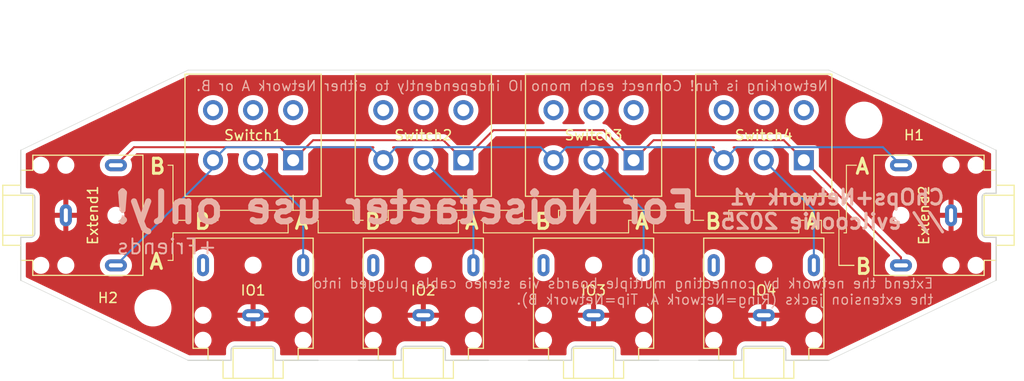
<source format=kicad_pcb>
(kicad_pcb (version 20241229) (generator "pcbnew") (generator_version "9.0")
  (title_block (comment 4 "AISLER Project ID: POHDLSGF"))
  (layers (0 "F.Cu" signal) (2 "B.Cu" signal) (13 "F.Paste" user) (15 "B.Paste" user) (5 "F.SilkS" user "F.Silkscreen") (7 "B.SilkS" user "B.Silkscreen") (1 "F.Mask" user) (3 "B.Mask" user) (25 "Edge.Cuts" user))
  (net 0 "")
  (net 1 "GND")
  (net 3 "Net-(SW1A-B)")
  (net 4 "Net-(SW2A-B)")
  (net 6 "Net-(SW3A-B)")
  (net 8 "Net-(SW4A-B)")
  (net 10 "/A")
  (net 11 "/B")
  (footprint "Button_Switch_THT:SW_PUSH_E-Switch_FS5700DP_DPDT" (layer "F.Cu") (at 144 80 180)
    (property "Reference" "SW3" (hide yes))
    (property "Value" "Switch3" (at 4 2.5 0) (layer "F.SilkS"))
    (fp_line (start 10.8 8.6) (end 10.8 -3.6) (stroke (width 0.12)) (layer "F.SilkS"))
    (fp_line (start 10.8 8.6) (end -2.8 8.6) (stroke (width 0.12)) (layer "F.SilkS"))
    (fp_line (start -2.8 -3.6) (end 10.8 -3.6) (stroke (width 0.12)) (layer "F.SilkS"))
    (fp_line (start -2.8 -3.6) (end -2.8 8.6) (stroke (width 0.12)) (layer "F.SilkS"))
    (pad "1" thru_hole rect (at 0 0 180) (size 2 2) (drill 1.2) (layers "*.Cu" "*.Mask") (net 10 "/A"))
    (pad "2" thru_hole circle (at 4 0 180) (size 2 2) (drill 1.2) (layers "*.Cu" "*.Mask") (net 6 "Net-(SW3A-B)"))
    (pad "3" thru_hole circle (at 8 0 180) (size 2 2) (drill 1.2) (layers "*.Cu" "*.Mask") (net 11 "/B"))
    (pad "4" thru_hole circle (at 0 5 180) (size 2 2) (drill 1.2) (layers "*.Cu" "*.Mask"))
    (pad "5" thru_hole circle (at 4 5 180) (size 2 2) (drill 1.2) (layers "*.Cu" "*.Mask"))
    (pad "6" thru_hole circle (at 8 5 180) (size 2 2) (drill 1.2) (layers "*.Cu" "*.Mask"))
  )
  (footprint "Connector_Audio:Jack_3.5mm_CUI_SJ1-3523N_Horizontal" (layer "F.Cu") (at 175.7 85.5 90)
    (property "Reference" "J6" (hide yes))
    (property "Value" "Extend2" (at 0 -2.7 90) (layer "F.SilkS"))
    (fp_line (start 6 -7.7) (end 6 3.3) (stroke (width 0.12)) (layer "F.SilkS"))
    (fp_line (start -6 -7.7) (end 6 -7.7) (stroke (width 0.12)) (layer "F.SilkS"))
    (fp_line (start 6 3.3) (end 4.5 3.3) (stroke (width 0.12)) (layer "F.SilkS"))
    (fp_line (start 4.5 3.3) (end 4.5 4.5) (stroke (width 0.12)) (layer "F.SilkS"))
    (fp_line (start 2 3.3) (end -2 3.3) (stroke (width 0.12)) (layer "F.SilkS"))
    (fp_line (start -2 3.3) (end -2 6.3) (stroke (width 0.12)) (layer "F.SilkS"))
    (fp_line (start -4.5 3.3) (end -6 3.3) (stroke (width 0.12)) (layer "F.SilkS"))
    (fp_line (start -6 3.3) (end -6 -7.7) (stroke (width 0.12)) (layer "F.SilkS"))
    (fp_line (start 4.5 4.5) (end 3 4.5) (stroke (width 0.12)) (layer "F.SilkS"))
    (fp_line (start 3 4.5) (end 3 6.3) (stroke (width 0.12)) (layer "F.SilkS"))
    (fp_line (start -3 4.5) (end -4.5 4.5) (stroke (width 0.12)) (layer "F.SilkS"))
    (fp_line (start -4.5 4.5) (end -4.5 3.3) (stroke (width 0.12)) (layer "F.SilkS"))
    (fp_line (start 3 6.3) (end -3 6.3) (stroke (width 0.12)) (layer "F.SilkS"))
    (fp_line (start 2 6.3) (end 2 3.3) (stroke (width 0.12)) (layer "F.SilkS"))
    (fp_line (start -3 6.3) (end -3 4.5) (stroke (width 0.12)) (layer "F.SilkS"))
    (fp_line (start 1.8 3.1) (end -1.8 3.1) (stroke (width 0.12)) (layer "Edge.Cuts"))
    (fp_line (start 2.2 3.5) (end 2.2 4.5) (stroke (width 0.12)) (layer "Edge.Cuts"))
    (fp_line (start -2.2 3.5) (end -2.2 4.5) (stroke (width 0.12)) (layer "Edge.Cuts"))
    (fp_line (start 2.2 4.5) (end 6.5 4.5) (stroke (width 0.12)) (layer "Edge.Cuts"))
    (fp_line (start -2.2 4.5) (end -6.5 4.5) (stroke (width 0.12)) (layer "Edge.Cuts"))
    (fp_arc (start 1.8 3.1) (mid 2.082843 3.217157) (end 2.2 3.5) (stroke (width 0.12)) (layer "Edge.Cuts"))
    (fp_arc (start -2.2 3.5) (mid -2.082843 3.217158) (end -1.8 3.1) (stroke (width 0.12)) (layer "Edge.Cuts"))
    (pad "" np_thru_hole circle (at -5 0 90) (size 1.2 1.2) (drill 1.2) (layers "*.Cu" "*.Mask"))
    (pad "" np_thru_hole circle (at -5 2.5 90) (size 1.2 1.2) (drill 1.2) (layers "*.Cu" "*.Mask"))
    (pad "" np_thru_hole circle (at 0 -5 90) (size 1.2 1.2) (drill 1.2) (layers "*.Cu" "*.Mask"))
    (pad "" np_thru_hole circle (at 5 0 90) (size 1.2 1.2) (drill 1.2) (layers "*.Cu" "*.Mask"))
    (pad "" np_thru_hole circle (at 5 2.5 90) (size 1.2 1.2) (drill 1.2) (layers "*.Cu" "*.Mask"))
    (pad "R" thru_hole oval (at -5 -5 90) (size 1.2 2.2) (drill oval 0.4 1.4) (layers "*.Cu" "*.Mask") (net 10 "/A"))
    (pad "S" thru_hole oval (at 0 0 90) (size 2.2 1.2) (drill oval 1.4 0.4) (layers "*.Cu" "*.Mask") (net 1 "GND"))
    (pad "T" thru_hole oval (at 5 -5 270) (size 1.2 2.2) (drill oval 0.4 1.4) (layers "*.Cu" "*.Mask") (net 11 "/B"))
  )
  (footprint "Connector_Audio:Jack_3.5mm_CUI_SJ1-3523N_Horizontal" (layer "F.Cu") (at 87.3 85.5 -90)
    (property "Reference" "J5" (hide yes))
    (property "Value" "Extend1" (at 0 -2.7 90) (layer "F.SilkS"))
    (fp_line (start -3 6.3) (end -3 4.5) (stroke (width 0.12)) (layer "F.SilkS"))
    (fp_line (start 2 6.3) (end 2 3.3) (stroke (width 0.12)) (layer "F.SilkS"))
    (fp_line (start 3 6.3) (end -3 6.3) (stroke (width 0.12)) (layer "F.SilkS"))
    (fp_line (start -4.5 4.5) (end -4.5 3.3) (stroke (width 0.12)) (layer "F.SilkS"))
    (fp_line (start -3 4.5) (end -4.5 4.5) (stroke (width 0.12)) (layer "F.SilkS"))
    (fp_line (start 3 4.5) (end 3 6.3) (stroke (width 0.12)) (layer "F.SilkS"))
    (fp_line (start 4.5 4.5) (end 3 4.5) (stroke (width 0.12)) (layer "F.SilkS"))
    (fp_line (start -6 3.3) (end -6 -7.7) (stroke (width 0.12)) (layer "F.SilkS"))
    (fp_line (start -4.5 3.3) (end -6 3.3) (stroke (width 0.12)) (layer "F.SilkS"))
    (fp_line (start -2 3.3) (end -2 6.3) (stroke (width 0.12)) (layer "F.SilkS"))
    (fp_line (start 2 3.3) (end -2 3.3) (stroke (width 0.12)) (layer "F.SilkS"))
    (fp_line (start 4.5 3.3) (end 4.5 4.5) (stroke (width 0.12)) (layer "F.SilkS"))
    (fp_line (start 6 3.3) (end 4.5 3.3) (stroke (width 0.12)) (layer "F.SilkS"))
    (fp_line (start -6 -7.7) (end 6 -7.7) (stroke (width 0.12)) (layer "F.SilkS"))
    (fp_line (start 6 -7.7) (end 6 3.3) (stroke (width 0.12)) (layer "F.SilkS"))
    (fp_line (start -2.2 4.5) (end -6.5 4.5) (stroke (width 0.12)) (layer "Edge.Cuts"))
    (fp_line (start 2.2 4.5) (end 6.5 4.5) (stroke (width 0.12)) (layer "Edge.Cuts"))
    (fp_line (start -2.2 3.5) (end -2.2 4.5) (stroke (width 0.12)) (layer "Edge.Cuts"))
    (fp_line (start 2.2 3.5) (end 2.2 4.5) (stroke (width 0.12)) (layer "Edge.Cuts"))
    (fp_line (start 1.8 3.1) (end -1.8 3.1) (stroke (width 0.12)) (layer "Edge.Cuts"))
    (fp_arc (start -2.2 3.5) (mid -2.082843 3.217158) (end -1.8 3.1) (stroke (width 0.12)) (layer "Edge.Cuts"))
    (fp_arc (start 1.8 3.1) (mid 2.082843 3.217157) (end 2.2 3.5) (stroke (width 0.12)) (layer "Edge.Cuts"))
    (pad "" np_thru_hole circle (at -5 0 270) (size 1.2 1.2) (drill 1.2) (layers "*.Cu" "*.Mask"))
    (pad "" np_thru_hole circle (at -5 2.5 270) (size 1.2 1.2) (drill 1.2) (layers "*.Cu" "*.Mask"))
    (pad "" np_thru_hole circle (at 0 -5 270) (size 1.2 1.2) (drill 1.2) (layers "*.Cu" "*.Mask"))
    (pad "" np_thru_hole circle (at 5 0 270) (size 1.2 1.2) (drill 1.2) (layers "*.Cu" "*.Mask"))
    (pad "" np_thru_hole circle (at 5 2.5 270) (size 1.2 1.2) (drill 1.2) (layers "*.Cu" "*.Mask"))
    (pad "R" thru_hole oval (at -5 -5 270) (size 1.2 2.2) (drill oval 0.4 1.4) (layers "*.Cu" "*.Mask") (net 10 "/A"))
    (pad "S" thru_hole oval (at 0 0 270) (size 2.2 1.2) (drill oval 1.4 0.4) (layers "*.Cu" "*.Mask") (net 1 "GND"))
    (pad "T" thru_hole oval (at 5 -5 90) (size 1.2 2.2) (drill oval 0.4 1.4) (layers "*.Cu" "*.Mask") (net 11 "/B"))
  )
  (footprint "Button_Switch_THT:SW_PUSH_E-Switch_FS5700DP_DPDT" (layer "F.Cu") (at 161 80 180)
    (property "Reference" "SW4" (hide yes))
    (property "Value" "Switch4" (at 4 2.5 0) (layer "F.SilkS"))
    (fp_line (start 10.8 8.6) (end 10.8 -3.6) (stroke (width 0.12)) (layer "F.SilkS"))
    (fp_line (start 10.8 8.6) (end -2.8 8.6) (stroke (width 0.12)) (layer "F.SilkS"))
    (fp_line (start -2.8 -3.6) (end 10.8 -3.6) (stroke (width 0.12)) (layer "F.SilkS"))
    (fp_line (start -2.8 -3.6) (end -2.8 8.6) (stroke (width 0.12)) (layer "F.SilkS"))
    (pad "1" thru_hole rect (at 0 0 180) (size 2 2) (drill 1.2) (layers "*.Cu" "*.Mask") (net 10 "/A"))
    (pad "2" thru_hole circle (at 4 0 180) (size 2 2) (drill 1.2) (layers "*.Cu" "*.Mask") (net 8 "Net-(SW4A-B)"))
    (pad "3" thru_hole circle (at 8 0 180) (size 2 2) (drill 1.2) (layers "*.Cu" "*.Mask") (net 11 "/B"))
    (pad "4" thru_hole circle (at 0 5 180) (size 2 2) (drill 1.2) (layers "*.Cu" "*.Mask"))
    (pad "5" thru_hole circle (at 4 5 180) (size 2 2) (drill 1.2) (layers "*.Cu" "*.Mask"))
    (pad "6" thru_hole circle (at 8 5 180) (size 2 2) (drill 1.2) (layers "*.Cu" "*.Mask"))
  )
  (footprint "Connector_Audio:Jack_3.5mm_CUI_SJ1-3523N_Horizontal" (layer "F.Cu") (at 106 95.481209)
    (property "Reference" "J1" (hide yes))
    (property "Value" "IO1" (at 0 -2.481209 0) (layer "F.SilkS"))
    (fp_line (start -6 -7.7) (end 6 -7.7) (stroke (width 0.12)) (layer "F.SilkS"))
    (fp_line (start -6 3.3) (end -6 -7.7) (stroke (width 0.12)) (layer "F.SilkS"))
    (fp_line (start -4.5 3.3) (end -6 3.3) (stroke (width 0.12)) (layer "F.SilkS"))
    (fp_line (start -4.5 4.5) (end -4.5 3.3) (stroke (width 0.12)) (layer "F.SilkS"))
    (fp_line (start -3 4.5) (end -4.5 4.5) (stroke (width 0.12)) (layer "F.SilkS"))
    (fp_line (start -3 6.3) (end -3 4.5) (stroke (width 0.12)) (layer "F.SilkS"))
    (fp_line (start -2 3.3) (end -2 6.3) (stroke (width 0.12)) (layer "F.SilkS"))
    (fp_line (start 2 3.3) (end -2 3.3) (stroke (width 0.12)) (layer "F.SilkS"))
    (fp_line (start 2 6.3) (end 2 3.3) (stroke (width 0.12)) (layer "F.SilkS"))
    (fp_line (start 3 4.5) (end 3 6.3) (stroke (width 0.12)) (layer "F.SilkS"))
    (fp_line (start 3 6.3) (end -3 6.3) (stroke (width 0.12)) (layer "F.SilkS"))
    (fp_line (start 4.5 3.3) (end 4.5 4.5) (stroke (width 0.12)) (layer "F.SilkS"))
    (fp_line (start 4.5 4.5) (end 3 4.5) (stroke (width 0.12)) (layer "F.SilkS"))
    (fp_line (start 6 -7.7) (end 6 3.3) (stroke (width 0.12)) (layer "F.SilkS"))
    (fp_line (start 6 3.3) (end 4.5 3.3) (stroke (width 0.12)) (layer "F.SilkS"))
    (fp_line (start -2.2 3.5) (end -2.2 4.5) (stroke (width 0.12)) (layer "Edge.Cuts"))
    (fp_line (start -2.2 4.5) (end -6.5 4.5) (stroke (width 0.12)) (layer "Edge.Cuts"))
    (fp_line (start 1.8 3.1) (end -1.8 3.1) (stroke (width 0.12)) (layer "Edge.Cuts"))
    (fp_line (start 2.2 3.5) (end 2.2 4.5) (stroke (width 0.12)) (layer "Edge.Cuts"))
    (fp_line (start 2.2 4.5) (end 6.5 4.5) (stroke (width 0.12)) (layer "Edge.Cuts"))
    (fp_arc (start -2.2 3.5) (mid -2.082843 3.217158) (end -1.8 3.1) (stroke (width 0.12)) (layer "Edge.Cuts"))
    (fp_arc (start 1.8 3.1) (mid 2.082843 3.217157) (end 2.2 3.5) (stroke (width 0.12)) (layer "Edge.Cuts"))
    (pad "" np_thru_hole circle (at -5 0) (size 1.2 1.2) (drill 1.2) (layers "*.Cu" "*.Mask"))
    (pad "" np_thru_hole circle (at -5 2.5) (size 1.2 1.2) (drill 1.2) (layers "*.Cu" "*.Mask"))
    (pad "" np_thru_hole circle (at 0 -5) (size 1.2 1.2) (drill 1.2) (layers "*.Cu" "*.Mask"))
    (pad "" np_thru_hole circle (at 5 0) (size 1.2 1.2) (drill 1.2) (layers "*.Cu" "*.Mask"))
    (pad "" np_thru_hole circle (at 5 2.5) (size 1.2 1.2) (drill 1.2) (layers "*.Cu" "*.Mask"))
    (pad "R" thru_hole oval (at -5 -5) (size 1.2 2.2) (drill oval 0.4 1.4) (layers "*.Cu" "*.Mask"))
    (pad "S" thru_hole oval (at 0 0) (size 2.2 1.2) (drill oval 1.4 0.4) (layers "*.Cu" "*.Mask") (net 1 "GND"))
    (pad "T" thru_hole oval (at 5 -5 180) (size 1.2 2.2) (drill oval 0.4 1.4) (layers "*.Cu" "*.Mask") (net 3 "Net-(SW1A-B)"))
  )
  (footprint "Connector_Audio:Jack_3.5mm_CUI_SJ1-3523N_Horizontal" (layer "F.Cu") (at 123 95.481209)
    (property "Reference" "J2" (hide yes))
    (property "Value" "IO2" (at 0 -2.481209 0) (layer "F.SilkS"))
    (fp_line (start -6 -7.7) (end 6 -7.7) (stroke (width 0.12)) (layer "F.SilkS"))
    (fp_line (start -6 3.3) (end -6 -7.7) (stroke (width 0.12)) (layer "F.SilkS"))
    (fp_line (start -4.5 3.3) (end -6 3.3) (stroke (width 0.12)) (layer "F.SilkS"))
    (fp_line (start -4.5 4.5) (end -4.5 3.3) (stroke (width 0.12)) (layer "F.SilkS"))
    (fp_line (start -3 4.5) (end -4.5 4.5) (stroke (width 0.12)) (layer "F.SilkS"))
    (fp_line (start -3 6.3) (end -3 4.5) (stroke (width 0.12)) (layer "F.SilkS"))
    (fp_line (start -2 3.3) (end -2 6.3) (stroke (width 0.12)) (layer "F.SilkS"))
    (fp_line (start 2 3.3) (end -2 3.3) (stroke (width 0.12)) (layer "F.SilkS"))
    (fp_line (start 2 6.3) (end 2 3.3) (stroke (width 0.12)) (layer "F.SilkS"))
    (fp_line (start 3 4.5) (end 3 6.3) (stroke (width 0.12)) (layer "F.SilkS"))
    (fp_line (start 3 6.3) (end -3 6.3) (stroke (width 0.12)) (layer "F.SilkS"))
    (fp_line (start 4.5 3.3) (end 4.5 4.5) (stroke (width 0.12)) (layer "F.SilkS"))
    (fp_line (start 4.5 4.5) (end 3 4.5) (stroke (width 0.12)) (layer "F.SilkS"))
    (fp_line (start 6 -7.7) (end 6 3.3) (stroke (width 0.12)) (layer "F.SilkS"))
    (fp_line (start 6 3.3) (end 4.5 3.3) (stroke (width 0.12)) (layer "F.SilkS"))
    (fp_line (start -2.2 3.5) (end -2.2 4.5) (stroke (width 0.12)) (layer "Edge.Cuts"))
    (fp_line (start -2.2 4.5) (end -6.5 4.5) (stroke (width 0.12)) (layer "Edge.Cuts"))
    (fp_line (start 1.8 3.1) (end -1.8 3.1) (stroke (width 0.12)) (layer "Edge.Cuts"))
    (fp_line (start 2.2 3.5) (end 2.2 4.5) (stroke (width 0.12)) (layer "Edge.Cuts"))
    (fp_line (start 2.2 4.5) (end 6.5 4.5) (stroke (width 0.12)) (layer "Edge.Cuts"))
    (fp_arc (start -2.2 3.5) (mid -2.082843 3.217158) (end -1.8 3.1) (stroke (width 0.12)) (layer "Edge.Cuts"))
    (fp_arc (start 1.8 3.1) (mid 2.082843 3.217157) (end 2.2 3.5) (stroke (width 0.12)) (layer "Edge.Cuts"))
    (pad "" np_thru_hole circle (at -5 0) (size 1.2 1.2) (drill 1.2) (layers "*.Cu" "*.Mask"))
    (pad "" np_thru_hole circle (at -5 2.5) (size 1.2 1.2) (drill 1.2) (layers "*.Cu" "*.Mask"))
    (pad "" np_thru_hole circle (at 0 -5) (size 1.2 1.2) (drill 1.2) (layers "*.Cu" "*.Mask"))
    (pad "" np_thru_hole circle (at 5 0) (size 1.2 1.2) (drill 1.2) (layers "*.Cu" "*.Mask"))
    (pad "" np_thru_hole circle (at 5 2.5) (size 1.2 1.2) (drill 1.2) (layers "*.Cu" "*.Mask"))
    (pad "R" thru_hole oval (at -5 -5) (size 1.2 2.2) (drill oval 0.4 1.4) (layers "*.Cu" "*.Mask"))
    (pad "S" thru_hole oval (at 0 0) (size 2.2 1.2) (drill oval 1.4 0.4) (layers "*.Cu" "*.Mask") (net 1 "GND"))
    (pad "T" thru_hole oval (at 5 -5 180) (size 1.2 2.2) (drill oval 0.4 1.4) (layers "*.Cu" "*.Mask") (net 4 "Net-(SW2A-B)"))
  )
  (footprint "MountingHole:MountingHole_3.2mm_M3_DIN965" (layer "F.Cu") (at 167 76)
    (property "Reference" "H1" (at 5 1.5 0) (layer "F.SilkS"))
    (property "Value" "MountingHole")
    (pad "" np_thru_hole circle (at 0 0) (size 3.2 3.2) (drill 3.2) (layers "*.Cu" "*.Mask"))
  )
  (footprint "Button_Switch_THT:SW_PUSH_E-Switch_FS5700DP_DPDT" (layer "F.Cu") (at 127 80 180)
    (property "Reference" "SW2" (hide yes))
    (property "Value" "Switch2" (at 4 2.5 0) (layer "F.SilkS"))
    (fp_line (start 10.8 8.6) (end 10.8 -3.6) (stroke (width 0.12)) (layer "F.SilkS"))
    (fp_line (start 10.8 8.6) (end -2.8 8.6) (stroke (width 0.12)) (layer "F.SilkS"))
    (fp_line (start -2.8 -3.6) (end 10.8 -3.6) (stroke (width 0.12)) (layer "F.SilkS"))
    (fp_line (start -2.8 -3.6) (end -2.8 8.6) (stroke (width 0.12)) (layer "F.SilkS"))
    (pad "1" thru_hole rect (at 0 0 180) (size 2 2) (drill 1.2) (layers "*.Cu" "*.Mask") (net 10 "/A"))
    (pad "2" thru_hole circle (at 4 0 180) (size 2 2) (drill 1.2) (layers "*.Cu" "*.Mask") (net 4 "Net-(SW2A-B)"))
    (pad "3" thru_hole circle (at 8 0 180) (size 2 2) (drill 1.2) (layers "*.Cu" "*.Mask") (net 11 "/B"))
    (pad "4" thru_hole circle (at 0 5 180) (size 2 2) (drill 1.2) (layers "*.Cu" "*.Mask"))
    (pad "5" thru_hole circle (at 4 5 180) (size 2 2) (drill 1.2) (layers "*.Cu" "*.Mask"))
    (pad "6" thru_hole circle (at 8 5 180) (size 2 2) (drill 1.2) (layers "*.Cu" "*.Mask"))
  )
  (footprint "Button_Switch_THT:SW_PUSH_E-Switch_FS5700DP_DPDT" (layer "F.Cu") (at 110 80 180)
    (property "Reference" "SW1" (hide yes))
    (property "Value" "Switch1" (at 4 2.5 0) (layer "F.SilkS"))
    (fp_line (start 10.8 8.6) (end 10.8 -3.6) (stroke (width 0.12)) (layer "F.SilkS"))
    (fp_line (start 10.8 8.6) (end -2.8 8.6) (stroke (width 0.12)) (layer "F.SilkS"))
    (fp_line (start -2.8 -3.6) (end 10.8 -3.6) (stroke (width 0.12)) (layer "F.SilkS"))
    (fp_line (start -2.8 -3.6) (end -2.8 8.6) (stroke (width 0.12)) (layer "F.SilkS"))
    (pad "1" thru_hole rect (at 0 0 180) (size 2 2) (drill 1.2) (layers "*.Cu" "*.Mask") (net 10 "/A"))
    (pad "2" thru_hole circle (at 4 0 180) (size 2 2) (drill 1.2) (layers "*.Cu" "*.Mask") (net 3 "Net-(SW1A-B)"))
    (pad "3" thru_hole circle (at 8 0 180) (size 2 2) (drill 1.2) (layers "*.Cu" "*.Mask") (net 11 "/B"))
    (pad "4" thru_hole circle (at 0 5 180) (size 2 2) (drill 1.2) (layers "*.Cu" "*.Mask"))
    (pad "5" thru_hole circle (at 4 5 180) (size 2 2) (drill 1.2) (layers "*.Cu" "*.Mask"))
    (pad "6" thru_hole circle (at 8 5 180) (size 2 2) (drill 1.2) (layers "*.Cu" "*.Mask"))
  )
  (footprint "Connector_Audio:Jack_3.5mm_CUI_SJ1-3523N_Horizontal" (layer "F.Cu") (at 140 95.481209)
    (property "Reference" "J3" (hide yes))
    (property "Value" "IO3" (at 0 -2.481209 0) (layer "F.SilkS"))
    (fp_line (start -6 -7.7) (end 6 -7.7) (stroke (width 0.12)) (layer "F.SilkS"))
    (fp_line (start -6 3.3) (end -6 -7.7) (stroke (width 0.12)) (layer "F.SilkS"))
    (fp_line (start -4.5 3.3) (end -6 3.3) (stroke (width 0.12)) (layer "F.SilkS"))
    (fp_line (start -4.5 4.5) (end -4.5 3.3) (stroke (width 0.12)) (layer "F.SilkS"))
    (fp_line (start -3 4.5) (end -4.5 4.5) (stroke (width 0.12)) (layer "F.SilkS"))
    (fp_line (start -3 6.3) (end -3 4.5) (stroke (width 0.12)) (layer "F.SilkS"))
    (fp_line (start -2 3.3) (end -2 6.3) (stroke (width 0.12)) (layer "F.SilkS"))
    (fp_line (start 2 3.3) (end -2 3.3) (stroke (width 0.12)) (layer "F.SilkS"))
    (fp_line (start 2 6.3) (end 2 3.3) (stroke (width 0.12)) (layer "F.SilkS"))
    (fp_line (start 3 4.5) (end 3 6.3) (stroke (width 0.12)) (layer "F.SilkS"))
    (fp_line (start 3 6.3) (end -3 6.3) (stroke (width 0.12)) (layer "F.SilkS"))
    (fp_line (start 4.5 3.3) (end 4.5 4.5) (stroke (width 0.12)) (layer "F.SilkS"))
    (fp_line (start 4.5 4.5) (end 3 4.5) (stroke (width 0.12)) (layer "F.SilkS"))
    (fp_line (start 6 -7.7) (end 6 3.3) (stroke (width 0.12)) (layer "F.SilkS"))
    (fp_line (start 6 3.3) (end 4.5 3.3) (stroke (width 0.12)) (layer "F.SilkS"))
    (fp_line (start -2.2 3.5) (end -2.2 4.5) (stroke (width 0.12)) (layer "Edge.Cuts"))
    (fp_line (start -2.2 4.5) (end -6.5 4.5) (stroke (width 0.12)) (layer "Edge.Cuts"))
    (fp_line (start 1.8 3.1) (end -1.8 3.1) (stroke (width 0.12)) (layer "Edge.Cuts"))
    (fp_line (start 2.2 3.5) (end 2.2 4.5) (stroke (width 0.12)) (layer "Edge.Cuts"))
    (fp_line (start 2.2 4.5) (end 6.5 4.5) (stroke (width 0.12)) (layer "Edge.Cuts"))
    (fp_arc (start -2.2 3.5) (mid -2.082843 3.217158) (end -1.8 3.1) (stroke (width 0.12)) (layer "Edge.Cuts"))
    (fp_arc (start 1.8 3.1) (mid 2.082843 3.217157) (end 2.2 3.5) (stroke (width 0.12)) (layer "Edge.Cuts"))
    (pad "" np_thru_hole circle (at -5 0) (size 1.2 1.2) (drill 1.2) (layers "*.Cu" "*.Mask"))
    (pad "" np_thru_hole circle (at -5 2.5) (size 1.2 1.2) (drill 1.2) (layers "*.Cu" "*.Mask"))
    (pad "" np_thru_hole circle (at 0 -5) (size 1.2 1.2) (drill 1.2) (layers "*.Cu" "*.Mask"))
    (pad "" np_thru_hole circle (at 5 0) (size 1.2 1.2) (drill 1.2) (layers "*.Cu" "*.Mask"))
    (pad "" np_thru_hole circle (at 5 2.5) (size 1.2 1.2) (drill 1.2) (layers "*.Cu" "*.Mask"))
    (pad "R" thru_hole oval (at -5 -5) (size 1.2 2.2) (drill oval 0.4 1.4) (layers "*.Cu" "*.Mask"))
    (pad "S" thru_hole oval (at 0 0) (size 2.2 1.2) (drill oval 1.4 0.4) (layers "*.Cu" "*.Mask") (net 1 "GND"))
    (pad "T" thru_hole oval (at 5 -5 180) (size 1.2 2.2) (drill oval 0.4 1.4) (layers "*.Cu" "*.Mask") (net 6 "Net-(SW3A-B)"))
  )
  (footprint "Connector_Audio:Jack_3.5mm_CUI_SJ1-3523N_Horizontal" (layer "F.Cu") (at 157 95.481209)
    (property "Reference" "J4" (hide yes))
    (property "Value" "IO4" (at 0 -2.481209 0) (layer "F.SilkS"))
    (fp_line (start -6 -7.7) (end 6 -7.7) (stroke (width 0.12)) (layer "F.SilkS"))
    (fp_line (start -6 3.3) (end -6 -7.7) (stroke (width 0.12)) (layer "F.SilkS"))
    (fp_line (start -4.5 3.3) (end -6 3.3) (stroke (width 0.12)) (layer "F.SilkS"))
    (fp_line (start -4.5 4.5) (end -4.5 3.3) (stroke (width 0.12)) (layer "F.SilkS"))
    (fp_line (start -3 4.5) (end -4.5 4.5) (stroke (width 0.12)) (layer "F.SilkS"))
    (fp_line (start -3 6.3) (end -3 4.5) (stroke (width 0.12)) (layer "F.SilkS"))
    (fp_line (start -2 3.3) (end -2 6.3) (stroke (width 0.12)) (layer "F.SilkS"))
    (fp_line (start 2 3.3) (end -2 3.3) (stroke (width 0.12)) (layer "F.SilkS"))
    (fp_line (start 2 6.3) (end 2 3.3) (stroke (width 0.12)) (layer "F.SilkS"))
    (fp_line (start 3 4.5) (end 3 6.3) (stroke (width 0.12)) (layer "F.SilkS"))
    (fp_line (start 3 6.3) (end -3 6.3) (stroke (width 0.12)) (layer "F.SilkS"))
    (fp_line (start 4.5 3.3) (end 4.5 4.5) (stroke (width 0.12)) (layer "F.SilkS"))
    (fp_line (start 4.5 4.5) (end 3 4.5) (stroke (width 0.12)) (layer "F.SilkS"))
    (fp_line (start 6 -7.7) (end 6 3.3) (stroke (width 0.12)) (layer "F.SilkS"))
    (fp_line (start 6 3.3) (end 4.5 3.3) (stroke (width 0.12)) (layer "F.SilkS"))
    (fp_line (start -2.2 3.5) (end -2.2 4.5) (stroke (width 0.12)) (layer "Edge.Cuts"))
    (fp_line (start -2.2 4.5) (end -6.5 4.5) (stroke (width 0.12)) (layer "Edge.Cuts"))
    (fp_line (start 1.8 3.1) (end -1.8 3.1) (stroke (width 0.12)) (layer "Edge.Cuts"))
    (fp_line (start 2.2 3.5) (end 2.2 4.5) (stroke (width 0.12)) (layer "Edge.Cuts"))
    (fp_line (start 2.2 4.5) (end 6.5 4.5) (stroke (width 0.12)) (layer "Edge.Cuts"))
    (fp_arc (start -2.2 3.5) (mid -2.082843 3.217158) (end -1.8 3.1) (stroke (width 0.12)) (layer "Edge.Cuts"))
    (fp_arc (start 1.8 3.1) (mid 2.082843 3.217157) (end 2.2 3.5) (stroke (width 0.12)) (layer "Edge.Cuts"))
    (pad "" np_thru_hole circle (at -5 0) (size 1.2 1.2) (drill 1.2) (layers "*.Cu" "*.Mask"))
    (pad "" np_thru_hole circle (at -5 2.5) (size 1.2 1.2) (drill 1.2) (layers "*.Cu" "*.Mask"))
    (pad "" np_thru_hole circle (at 0 -5) (size 1.2 1.2) (drill 1.2) (layers "*.Cu" "*.Mask"))
    (pad "" np_thru_hole circle (at 5 0) (size 1.2 1.2) (drill 1.2) (layers "*.Cu" "*.Mask"))
    (pad "" np_thru_hole circle (at 5 2.5) (size 1.2 1.2) (drill 1.2) (layers "*.Cu" "*.Mask"))
    (pad "R" thru_hole oval (at -5 -5) (size 1.2 2.2) (drill oval 0.4 1.4) (layers "*.Cu" "*.Mask"))
    (pad "S" thru_hole oval (at 0 0) (size 2.2 1.2) (drill oval 1.4 0.4) (layers "*.Cu" "*.Mask") (net 1 "GND"))
    (pad "T" thru_hole oval (at 5 -5 180) (size 1.2 2.2) (drill oval 0.4 1.4) (layers "*.Cu" "*.Mask") (net 8 "Net-(SW4A-B)"))
  )
  (footprint "MountingHole:MountingHole_3.2mm_M3_DIN965" (layer "F.Cu") (at 96 94.75)
    (property "Reference" "H2" (at -4.5 -1 0) (layer "F.SilkS"))
    (property "Value" "MountingHole")
    (pad "" np_thru_hole circle (at 0 0) (size 3.2 3.2) (drill 3.2) (layers "*.Cu" "*.Mask"))
  )
  (gr_line (start 110 85) (end 116 85) (stroke (width 0.1)) (layer "F.SilkS"))
  (gr_line (start 161 85) (end 164.5 85) (stroke (width 0.1)) (layer "F.SilkS"))
  (gr_line (start 136.5 85) (end 144 85) (stroke (width 0.1)) (layer "F.SilkS"))
  (gr_line (start 119.5 86) (end 119.5 85) (stroke (width 0.1)) (layer "F.SilkS"))
  (gr_line (start 133 86) (end 134 86) (stroke (width 0.1)) (layer "F.SilkS"))
  (gr_line (start 145.75 86) (end 146 86) (stroke (width 0.1)) (layer "F.SilkS"))
  (gr_line (start 110 85) (end 110 83.5) (stroke (width 0.1)) (layer "F.SilkS"))
  (gr_line (start 126.5 86) (end 127 86) (stroke (width 0.1)) (layer "F.SilkS"))
  (gr_line (start 98 87.25) (end 109.5 87.25) (stroke (width 0.1)) (layer "F.SilkS"))
  (gr_line (start 111.75 86) (end 112.5 86) (stroke (width 0.1)) (layer "F.SilkS"))
  (gr_line (start 164.5 85) (end 164.5 90.5) (stroke (width 0.1)) (layer "F.SilkS"))
  (gr_line (start 126.5 87.25) (end 126.5 86) (stroke (width 0.1)) (layer "F.SilkS"))
  (gr_line (start 97.5 90) (end 98 90) (stroke (width 0.1)) (layer "F.SilkS"))
  (gr_line (start 160.5 86) (end 161 86) (stroke (width 0.1)) (layer "F.SilkS"))
  (gr_line (start 166 90.5) (end 164.5 90.5) (stroke (width 0.1)) (layer "F.SilkS"))
  (gr_line (start 162.75 86) (end 162.75 87.25) (stroke (width 0.1)) (layer "F.SilkS"))
  (gr_line (start 150 85) (end 150 86) (stroke (width 0.1)) (layer "F.SilkS"))
  (gr_line (start 102.5 86) (end 102 86) (stroke (width 0.1)) (layer "F.SilkS"))
  (gr_line (start 136.5 86) (end 136.5 85) (stroke (width 0.1)) (layer "F.SilkS"))
  (gr_line (start 116 85) (end 116 86) (stroke (width 0.1)) (layer "F.SilkS"))
  (gr_line (start 112.5 86) (end 112.5 87.25) (stroke (width 0.1)) (layer "F.SilkS"))
  (gr_line (start 144 83.5) (end 144 85) (stroke (width 0.1)) (layer "F.SilkS"))
  (gr_line (start 119.5 85) (end 127 85) (stroke (width 0.1)) (layer "F.SilkS"))
  (gr_line (start 119 86) (end 119.5 86) (stroke (width 0.1)) (layer "F.SilkS"))
  (gr_line (start 164.5 90.5) (end 166 90.5) (stroke (width 0.1)) (layer "F.SilkS"))
  (gr_line (start 112.5 87.25) (end 126.5 87.25) (stroke (width 0.1)) (layer "F.SilkS"))
  (gr_line (start 165 87.25) (end 165.25 87.25) (stroke (width 0.1)) (layer "F.SilkS"))
  (gr_line (start 98 90) (end 98 87.25) (stroke (width 0.1)) (layer "F.SilkS"))
  (gr_line (start 161 83.5) (end 161 85) (stroke (width 0.1)) (layer "F.SilkS"))
  (gr_line (start 128.75 86) (end 129 86) (stroke (width 0.1)) (layer "F.SilkS"))
  (gr_line (start 98 80.5) (end 97.5 80.5) (stroke (width 0.1)) (layer "F.SilkS"))
  (gr_line (start 153.5 85) (end 153.5 86) (stroke (width 0.1)) (layer "F.SilkS"))
  (gr_line (start 102.5 86) (end 102.5 85) (stroke (width 0.1)) (layer "F.SilkS"))
  (gr_line (start 160.5 87.25) (end 160.5 86) (stroke (width 0.1)) (layer "F.SilkS"))
  (gr_line (start 143.5 86) (end 144.25 86) (stroke (width 0.1)) (layer "F.SilkS"))
  (gr_line (start 127 85) (end 133 85) (stroke (width 0.1)) (layer "F.SilkS"))
  (gr_line (start 109.5 86) (end 110 86) (stroke (width 0.1)) (layer "F.SilkS"))
  (gr_line (start 127 85) (end 127 83.5) (stroke (width 0.1)) (layer "F.SilkS"))
  (gr_line (start 99.5 86) (end 98 86) (stroke (width 0.1)) (layer "F.SilkS"))
  (gr_line (start 109.5 87.25) (end 109.5 86) (stroke (width 0.1)) (layer "F.SilkS"))
  (gr_line (start 129 86) (end 129 87.25) (stroke (width 0.1)) (layer "F.SilkS"))
  (gr_line (start 98 80.5) (end 98 86) (stroke (width 0.1)) (layer "F.SilkS"))
  (gr_line (start 146 87.25) (end 160.5 87.25) (stroke (width 0.1)) (layer "F.SilkS"))
  (gr_line (start 102.5 85) (end 110 85) (stroke (width 0.1)) (layer "F.SilkS"))
  (gr_line (start 162.5 86) (end 162.75 86) (stroke (width 0.1)) (layer "F.SilkS"))
  (gr_line (start 136 86) (end 136.5 86) (stroke (width 0.1)) (layer "F.SilkS"))
  (gr_line (start 143.5 87.25) (end 143.5 86) (stroke (width 0.1)) (layer "F.SilkS"))
  (gr_line (start 129 87.25) (end 143.5 87.25) (stroke (width 0.1)) (layer "F.SilkS"))
  (gr_line (start 116 86) (end 117 86) (stroke (width 0.1)) (layer "F.SilkS"))
  (gr_line (start 162.75 87.25) (end 164 87.25) (stroke (width 0.1)) (layer "F.SilkS"))
  (gr_line (start 144 85) (end 150 85) (stroke (width 0.1)) (layer "F.SilkS"))
  (gr_line (start 153 86) (end 153.5 86) (stroke (width 0.1)) (layer "F.SilkS"))
  (gr_line (start 153.5 85) (end 161 85) (stroke (width 0.1)) (layer "F.SilkS"))
  (gr_line (start 146 86) (end 146 87.25) (stroke (width 0.1)) (layer "F.SilkS"))
  (gr_line (start 133 85) (end 133 86) (stroke (width 0.1)) (layer "F.SilkS"))
  (gr_line (start 165.25 80.5) (end 166.25 80.5) (stroke (width 0.1)) (layer "F.SilkS"))
  (gr_line (start 150 86) (end 151 86) (stroke (width 0.1)) (layer "F.SilkS"))
  (gr_line (start 165.25 87.25) (end 165.25 80.5) (stroke (width 0.1)) (layer "F.SilkS"))
  (gr_line (start 99.5 71) (end 82.8 79) (stroke (width 0.05)) (layer "Edge.Cuts"))
  (gr_line (start 180.2 79) (end 163.5 71) (stroke (width 0.05)) (layer "Edge.Cuts"))
  (gr_line (start 163.5 71) (end 99.5 71) (stroke (width 0.05)) (layer "Edge.Cuts"))
  (gr_line (start 82.8 92) (end 99.5 99.981209) (stroke (width 0.05)) (layer "Edge.Cuts"))
  (gr_line (start 150.5 99.981209) (end 146.5 99.981209) (stroke (width 0.05)) (layer "Edge.Cuts"))
  (gr_line (start 112.5 99.981209) (end 116.5 99.981209) (stroke (width 0.05)) (layer "Edge.Cuts"))
  (gr_line (start 180.2 92) (end 163.5 99.981209) (stroke (width 0.05)) (layer "Edge.Cuts"))
  (gr_line (start 129.5 99.981209) (end 133.5 99.981209) (stroke (width 0.05)) (layer "Edge.Cuts"))
  (gr_text "A" (at 166 81.5 0) (layer "F.SilkS") (effects (font (size 1.5 1.5) (thickness 0.3) (bold yes)) (justify left bottom)))
  (gr_text "B" (at 134 87 0) (layer "F.SilkS") (effects (font (size 1.5 1.5) (thickness 0.3) (bold yes)) (justify left bottom)))
  (gr_text "B" (at 151 87 0) (layer "F.SilkS") (effects (font (size 1.5 1.5) (thickness 0.3) (bold yes)) (justify left bottom)))
  (gr_text "A" (at 144 87 0) (layer "F.SilkS") (effects (font (size 1.5 1.5) (thickness 0.3) (bold yes)) (justify left bottom)))
  (gr_text "A" (at 110 87 0) (layer "F.SilkS") (effects (font (size 1.5 1.5) (thickness 0.3) (bold yes)) (justify left bottom)))
  (gr_text "A" (at 127 87 0) (layer "F.SilkS") (effects (font (size 1.5 1.5) (thickness 0.3) (bold yes)) (justify left bottom)))
  (gr_text "B" (at 117 87 0) (layer "F.SilkS") (effects (font (size 1.5 1.5) (thickness 0.3) (bold yes)) (justify left bottom)))
  (gr_text "B" (at 100 87 0) (layer "F.SilkS") (effects (font (size 1.5 1.5) (thickness 0.3) (bold yes)) (justify left bottom)))
  (gr_text "A" (at 95.5 91 0) (layer "F.SilkS") (effects (font (size 1.5 1.5) (thickness 0.3) (bold yes)) (justify left bottom)))
  (gr_text "A" (at 161 87 0) (layer "F.SilkS") (effects (font (size 1.5 1.5) (thickness 0.3) (bold yes)) (justify left bottom)))
  (gr_text "B" (at 95.5 81.5 0) (layer "F.SilkS") (effects (font (size 1.5 1.5) (thickness 0.3) (bold yes)) (justify left bottom)))
  (gr_text "B" (at 166 91.5 0) (layer "F.SilkS") (effects (font (size 1.5 1.5) (thickness 0.3) (bold yes)) (justify left bottom)))
  (gr_text "For Noisetaeter use only!" (at 150.5 86.5 0) (layer "B.SilkS") (effects (font (size 3 3) (thickness 0.6) (bold yes)) (justify left bottom mirror)))
  (gr_text "+Friends" (at 102.5 89.5 0) (layer "B.SilkS") (effects (font (size 1.5 1.5) (thickness 0.1875)) (justify left bottom mirror)))
  (gr_text "Extend the network by connecting multiple boards via stereo cable plugged into\nthe extension jacks (Ring=Network A, Tip=Network B)." (at 174 94.5 0) (layer "B.SilkS") (effects (font (size 1 1) (thickness 0.125)) (justify left bottom mirror)))
  (gr_text "ChOps+Network v1\n// evilcookie 2025" (at 175.192856 87 0) (layer "B.SilkS") (effects (font (size 1.5 1.5) (thickness 0.3) (bold yes)) (justify left bottom mirror)))
  (gr_text "Networking is fun! Connect each mono IO independently to either Network A or B. \n" (at 163.5 72 0) (layer "B.SilkS") (effects (font (size 1 1) (thickness 0.125)) (justify left top mirror)))
  (segment (start 111 90.481209) (end 111 85) (width 0.2) (layer "B.Cu") (net 3))
  (segment (start 111 85) (end 106 80) (width 0.2) (layer "B.Cu") (net 3))
  (segment (start 128 85) (end 123 80) (width 0.2) (layer "B.Cu") (net 4))
  (segment (start 128 90.481209) (end 128 85) (width 0.2) (layer "B.Cu") (net 4))
  (segment (start 145 85) (end 140 80) (width 0.2) (layer "B.Cu") (net 6))
  (segment (start 145 90.481209) (end 145 85) (width 0.2) (layer "B.Cu") (net 6))
  (segment (start 162 85) (end 157 80) (width 0.2) (layer "B.Cu") (net 8))
  (segment (start 162 90.481209) (end 162 85) (width 0.2) (layer "B.Cu") (net 8))
  (segment (start 170.7 89.7) (end 170.7 90.5) (width 0.2) (layer "F.Cu") (net 10))
  (segment (start 144 80) (end 146 78) (width 0.2) (layer "F.Cu") (net 10))
  (segment (start 127 80) (end 125 78) (width 0.2) (layer "F.Cu") (net 10))
  (segment (start 94.101 78.699) (end 92.3 80.5) (width 0.2) (layer "F.Cu") (net 10))
  (segment (start 159 78) (end 161 80) (width 0.2) (layer "F.Cu") (net 10))
  (segment (start 112 78) (end 110 80) (width 0.2) (layer "F.Cu") (net 10))
  (segment (start 130 77) (end 141 77) (width 0.2) (layer "F.Cu") (net 10))
  (segment (start 141 77) (end 144 80) (width 0.2) (layer "F.Cu") (net 10))
  (segment (start 108.699 78.699) (end 94.101 78.699) (width 0.2) (layer "F.Cu") (net 10))
  (segment (start 127 80) (end 130 77) (width 0.2) (layer "F.Cu") (net 10))
  (segment (start 125 78) (end 112 78) (width 0.2) (layer "F.Cu") (net 10))
  (segment (start 146 78) (end 159 78) (width 0.2) (layer "F.Cu") (net 10))
  (segment (start 110 80) (end 108.699 78.699) (width 0.2) (layer "F.Cu") (net 10))
  (segment (start 161 80) (end 170.7 89.7) (width 0.2) (layer "F.Cu") (net 10))
  (segment (start 137.301 78.699) (end 136 80) (width 0.2) (layer "B.Cu") (net 11))
  (segment (start 117.699 78.699) (end 103.301 78.699) (width 0.2) (layer "B.Cu") (net 11))
  (segment (start 102 80.8) (end 92.3 90.5) (width 0.2) (layer "B.Cu") (net 11))
  (segment (start 102 80) (end 102 80.8) (width 0.2) (layer "B.Cu") (net 11))
  (segment (start 154.301 78.699) (end 153 80) (width 0.2) (layer "B.Cu") (net 11))
  (segment (start 134.699 78.699) (end 120.301 78.699) (width 0.2) (layer "B.Cu") (net 11))
  (segment (start 168.899 78.699) (end 154.301 78.699) (width 0.2) (layer "B.Cu") (net 11))
  (segment (start 136 80) (end 134.699 78.699) (width 0.2) (layer "B.Cu") (net 11))
  (segment (start 170.7 80.5) (end 168.899 78.699) (width 0.2) (layer "B.Cu") (net 11))
  (segment (start 153 80) (end 151.699 78.699) (width 0.2) (layer "B.Cu") (net 11))
  (segment (start 103.301 78.699) (end 102 80) (width 0.2) (layer "B.Cu") (net 11))
  (segment (start 119 80) (end 117.699 78.699) (width 0.2) (layer "B.Cu") (net 11))
  (segment (start 151.699 78.699) (end 137.301 78.699) (width 0.2) (layer "B.Cu") (net 11))
  (segment (start 120.301 78.699) (end 119 80) (width 0.2) (layer "B.Cu") (net 11))
  (zone (net 1) (net_name "GND") (layer "F.Cu") (connect_pads (clearance 0.5)) (min_thickness 0.25) (fill yes (thermal_gap 0.5) (thermal_bridge_width 0.5))
    (polygon (pts (xy 183 102) (xy 81 102) (xy 81 64) (xy 183 64)))
  )
)
</source>
